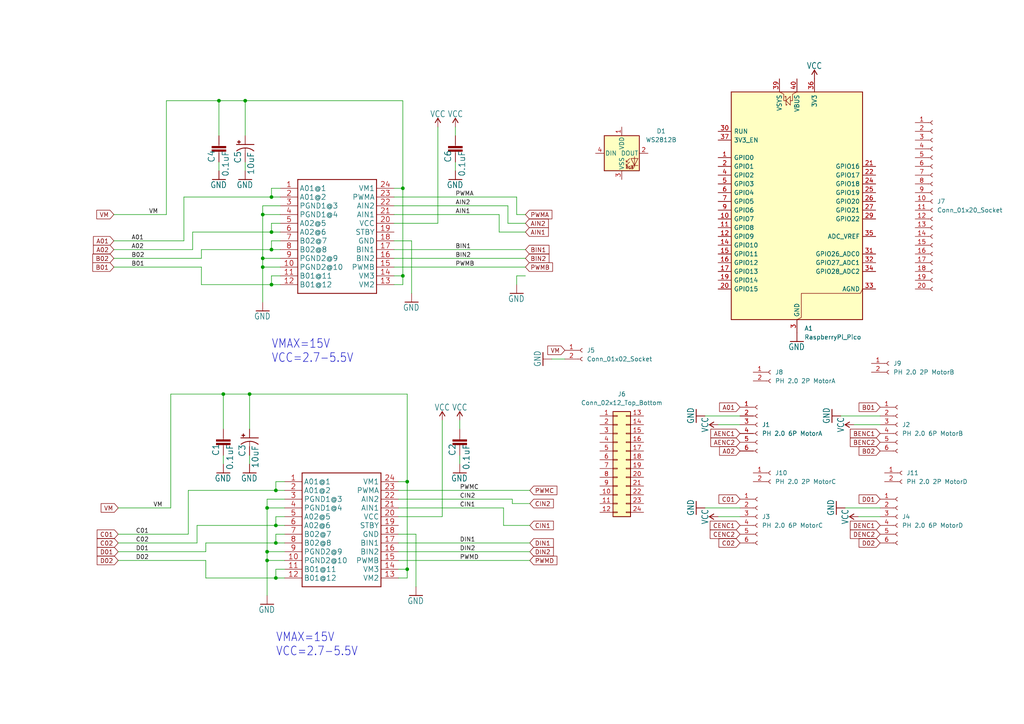
<source format=kicad_sch>
(kicad_sch (version 20250114) (generator "eeschema") (generator_version "9.0")
  (paper "A4")
  (lib_symbols
    (symbol "Connector:Conn_01x02_Socket" (pin_names (offset 1.016) (hide yes))
      (property "Reference" "J" (at 0 2.54 0))
      (property "Value" "Conn_01x02_Socket" (at 0 -5.08 0))
      (symbol "Conn_01x02_Socket_1_1"
        (polyline (pts (xy -1.27 0) (xy -0.508 0)) (stroke (width 0.1524)))
        (polyline (pts (xy -1.27 -2.54) (xy -0.508 -2.54)) (stroke (width 0.1524)))
        (arc (start 0 -0.508) (mid -0.5058 0) (end 0 0.508) (stroke (width 0.1524)))
        (arc (start 0 -3.048) (mid -0.5058 -2.54) (end 0 -2.032) (stroke (width 0.1524)))
        (pin passive line (at -5.08 0 0) (length 3.81) (name "Pin_1") (number "1"))
        (pin passive line (at -5.08 -2.54 0) (length 3.81) (name "Pin_2") (number "2"))
      )
    )
    (symbol "Connector:Conn_01x06_Socket" (pin_names (offset 1.016) (hide yes))
      (property "Reference" "J" (at 0 7.62 0))
      (property "Value" "Conn_01x06_Socket" (at 0 -10.16 0))
      (symbol "Conn_01x06_Socket_1_1"
        (polyline (pts (xy -1.27 5.08) (xy -0.508 5.08)) (stroke (width 0.1524)))
        (polyline (pts (xy -1.27 2.54) (xy -0.508 2.54)) (stroke (width 0.1524)))
        (polyline (pts (xy -1.27 0) (xy -0.508 0)) (stroke (width 0.1524)))
        (polyline (pts (xy -1.27 -2.54) (xy -0.508 -2.54)) (stroke (width 0.1524)))
        (polyline (pts (xy -1.27 -5.08) (xy -0.508 -5.08)) (stroke (width 0.1524)))
        (polyline (pts (xy -1.27 -7.62) (xy -0.508 -7.62)) (stroke (width 0.1524)))
        (arc (start 0 4.572) (mid -0.5058 5.08) (end 0 5.588) (stroke (width 0.1524)))
        (arc (start 0 2.032) (mid -0.5058 2.54) (end 0 3.048) (stroke (width 0.1524)))
        (arc (start 0 -0.508) (mid -0.5058 0) (end 0 0.508) (stroke (width 0.1524)))
        (arc (start 0 -3.048) (mid -0.5058 -2.54) (end 0 -2.032) (stroke (width 0.1524)))
        (arc (start 0 -5.588) (mid -0.5058 -5.08) (end 0 -4.572) (stroke (width 0.1524)))
        (arc (start 0 -8.128) (mid -0.5058 -7.62) (end 0 -7.112) (stroke (width 0.1524)))
        (pin passive line (at -5.08 5.08 0) (length 3.81) (name "Pin_1") (number "1"))
        (pin passive line (at -5.08 2.54 0) (length 3.81) (name "Pin_2") (number "2"))
        (pin passive line (at -5.08 0 0) (length 3.81) (name "Pin_3") (number "3"))
        (pin passive line (at -5.08 -2.54 0) (length 3.81) (name "Pin_4") (number "4"))
        (pin passive line (at -5.08 -5.08 0) (length 3.81) (name "Pin_5") (number "5"))
        (pin passive line (at -5.08 -7.62 0) (length 3.81) (name "Pin_6") (number "6"))
      )
    )
    (symbol "Connector:Conn_01x20_Socket" (pin_names (offset 1.016) (hide yes))
      (property "Reference" "J" (at 0 25.4 0))
      (property "Value" "Conn_01x20_Socket" (at 0 -27.94 0))
      (symbol "Conn_01x20_Socket_1_1"
        (polyline (pts (xy -1.27 22.86) (xy -0.508 22.86)) (stroke (width 0.1524)))
        (polyline (pts (xy -1.27 20.32) (xy -0.508 20.32)) (stroke (width 0.1524)))
        (polyline (pts (xy -1.27 17.78) (xy -0.508 17.78)) (stroke (width 0.1524)))
        (polyline (pts (xy -1.27 15.24) (xy -0.508 15.24)) (stroke (width 0.1524)))
        (polyline (pts (xy -1.27 12.7) (xy -0.508 12.7)) (stroke (width 0.1524)))
        (polyline (pts (xy -1.27 10.16) (xy -0.508 10.16)) (stroke (width 0.1524)))
        (polyline (pts (xy -1.27 7.62) (xy -0.508 7.62)) (stroke (width 0.1524)))
        (polyline (pts (xy -1.27 5.08) (xy -0.508 5.08)) (stroke (width 0.1524)))
        (polyline (pts (xy -1.27 2.54) (xy -0.508 2.54)) (stroke (width 0.1524)))
        (polyline (pts (xy -1.27 0) (xy -0.508 0)) (stroke (width 0.1524)))
        (polyline (pts (xy -1.27 -2.54) (xy -0.508 -2.54)) (stroke (width 0.1524)))
        (polyline (pts (xy -1.27 -5.08) (xy -0.508 -5.08)) (stroke (width 0.1524)))
        (polyline (pts (xy -1.27 -7.62) (xy -0.508 -7.62)) (stroke (width 0.1524)))
        (polyline (pts (xy -1.27 -10.16) (xy -0.508 -10.16)) (stroke (width 0.1524)))
        (polyline (pts (xy -1.27 -12.7) (xy -0.508 -12.7)) (stroke (width 0.1524)))
        (polyline (pts (xy -1.27 -15.24) (xy -0.508 -15.24)) (stroke (width 0.1524)))
        (polyline (pts (xy -1.27 -17.78) (xy -0.508 -17.78)) (stroke (width 0.1524)))
        (polyline (pts (xy -1.27 -20.32) (xy -0.508 -20.32)) (stroke (width 0.1524)))
        (polyline (pts (xy -1.27 -22.86) (xy -0.508 -22.86)) (stroke (width 0.1524)))
        (polyline (pts (xy -1.27 -25.4) (xy -0.508 -25.4)) (stroke (width 0.1524)))
        (arc (start 0 22.352) (mid -0.5058 22.86) (end 0 23.368) (stroke (width 0.1524)))
        (arc (start 0 19.812) (mid -0.5058 20.32) (end 0 20.828) (stroke (width 0.1524)))
        (arc (start 0 17.272) (mid -0.5058 17.78) (end 0 18.288) (stroke (width 0.1524)))
        (arc (start 0 14.732) (mid -0.5058 15.24) (end 0 15.748) (stroke (width 0.1524)))
        (arc (start 0 12.192) (mid -0.5058 12.7) (end 0 13.208) (stroke (width 0.1524)))
        (arc (start 0 9.652) (mid -0.5058 10.16) (end 0 10.668) (stroke (width 0.1524)))
        (arc (start 0 7.112) (mid -0.5058 7.62) (end 0 8.128) (stroke (width 0.1524)))
        (arc (start 0 4.572) (mid -0.5058 5.08) (end 0 5.588) (stroke (width 0.1524)))
        (arc (start 0 2.032) (mid -0.5058 2.54) (end 0 3.048) (stroke (width 0.1524)))
        (arc (start 0 -0.508) (mid -0.5058 0) (end 0 0.508) (stroke (width 0.1524)))
        (arc (start 0 -3.048) (mid -0.5058 -2.54) (end 0 -2.032) (stroke (width 0.1524)))
        (arc (start 0 -5.588) (mid -0.5058 -5.08) (end 0 -4.572) (stroke (width 0.1524)))
        (arc (start 0 -8.128) (mid -0.5058 -7.62) (end 0 -7.112) (stroke (width 0.1524)))
        (arc (start 0 -10.668) (mid -0.5058 -10.16) (end 0 -9.652) (stroke (width 0.1524)))
        (arc (start 0 -13.208) (mid -0.5058 -12.7) (end 0 -12.192) (stroke (width 0.1524)))
        (arc (start 0 -15.748) (mid -0.5058 -15.24) (end 0 -14.732) (stroke (width 0.1524)))
        (arc (start 0 -18.288) (mid -0.5058 -17.78) (end 0 -17.272) (stroke (width 0.1524)))
        (arc (start 0 -20.828) (mid -0.5058 -20.32) (end 0 -19.812) (stroke (width 0.1524)))
        (arc (start 0 -23.368) (mid -0.5058 -22.86) (end 0 -22.352) (stroke (width 0.1524)))
        (arc (start 0 -25.908) (mid -0.5058 -25.4) (end 0 -24.892) (stroke (width 0.1524)))
        (pin passive line (at -5.08 22.86 0) (length 3.81) (name "Pin_1") (number "1"))
        (pin passive line (at -5.08 20.32 0) (length 3.81) (name "Pin_2") (number "2"))
        (pin passive line (at -5.08 17.78 0) (length 3.81) (name "Pin_3") (number "3"))
        (pin passive line (at -5.08 15.24 0) (length 3.81) (name "Pin_4") (number "4"))
        (pin passive line (at -5.08 12.7 0) (length 3.81) (name "Pin_5") (number "5"))
        (pin passive line (at -5.08 10.16 0) (length 3.81) (name "Pin_6") (number "6"))
        (pin passive line (at -5.08 7.62 0) (length 3.81) (name "Pin_7") (number "7"))
        (pin passive line (at -5.08 5.08 0) (length 3.81) (name "Pin_8") (number "8"))
        (pin passive line (at -5.08 2.54 0) (length 3.81) (name "Pin_9") (number "9"))
        (pin passive line (at -5.08 0 0) (length 3.81) (name "Pin_10") (number "10"))
        (pin passive line (at -5.08 -2.54 0) (length 3.81) (name "Pin_11") (number "11"))
        (pin passive line (at -5.08 -5.08 0) (length 3.81) (name "Pin_12") (number "12"))
        (pin passive line (at -5.08 -7.62 0) (length 3.81) (name "Pin_13") (number "13"))
        (pin passive line (at -5.08 -10.16 0) (length 3.81) (name "Pin_14") (number "14"))
        (pin passive line (at -5.08 -12.7 0) (length 3.81) (name "Pin_15") (number "15"))
        (pin passive line (at -5.08 -15.24 0) (length 3.81) (name "Pin_16") (number "16"))
        (pin passive line (at -5.08 -17.78 0) (length 3.81) (name "Pin_17") (number "17"))
        (pin passive line (at -5.08 -20.32 0) (length 3.81) (name "Pin_18") (number "18"))
        (pin passive line (at -5.08 -22.86 0) (length 3.81) (name "Pin_19") (number "19"))
        (pin passive line (at -5.08 -25.4 0) (length 3.81) (name "Pin_20") (number "20"))
      )
    )
    (symbol "Connector_Generic:Conn_02x12_Top_Bottom" (pin_names (offset 1.016) (hide yes))
      (property "Reference" "J" (at 1.27 15.24 0))
      (property "Value" "Conn_02x12_Top_Bottom" (at 1.27 -17.78 0))
      (symbol "Conn_02x12_Top_Bottom_1_1"
        (rectangle (start -1.27 13.97) (end 3.81 -16.51) (stroke (width 0.254)) (fill (type background)))
        (rectangle (start -1.27 12.827) (end 0 12.573) (stroke (width 0.1524)))
        (rectangle (start -1.27 10.287) (end 0 10.033) (stroke (width 0.1524)))
        (rectangle (start -1.27 7.747) (end 0 7.493) (stroke (width 0.1524)))
        (rectangle (start -1.27 5.207) (end 0 4.953) (stroke (width 0.1524)))
        (rectangle (start -1.27 2.667) (end 0 2.413) (stroke (width 0.1524)))
        (rectangle (start -1.27 0.127) (end 0 -0.127) (stroke (width 0.1524)))
        (rectangle (start -1.27 -2.413) (end 0 -2.667) (stroke (width 0.1524)))
        (rectangle (start -1.27 -4.953) (end 0 -5.207) (stroke (width 0.1524)))
        (rectangle (start -1.27 -7.493) (end 0 -7.747) (stroke (width 0.1524)))
        (rectangle (start -1.27 -10.033) (end 0 -10.287) (stroke (width 0.1524)))
        (rectangle (start -1.27 -12.573) (end 0 -12.827) (stroke (width 0.1524)))
        (rectangle (start -1.27 -15.113) (end 0 -15.367) (stroke (width 0.1524)))
        (rectangle (start 3.81 12.827) (end 2.54 12.573) (stroke (width 0.1524)))
        (rectangle (start 3.81 10.287) (end 2.54 10.033) (stroke (width 0.1524)))
        (rectangle (start 3.81 7.747) (end 2.54 7.493) (stroke (width 0.1524)))
        (rectangle (start 3.81 5.207) (end 2.54 4.953) (stroke (width 0.1524)))
        (rectangle (start 3.81 2.667) (end 2.54 2.413) (stroke (width 0.1524)))
        (rectangle (start 3.81 0.127) (end 2.54 -0.127) (stroke (width 0.1524)))
        (rectangle (start 3.81 -2.413) (end 2.54 -2.667) (stroke (width 0.1524)))
        (rectangle (start 3.81 -4.953) (end 2.54 -5.207) (stroke (width 0.1524)))
        (rectangle (start 3.81 -7.493) (end 2.54 -7.747) (stroke (width 0.1524)))
        (rectangle (start 3.81 -10.033) (end 2.54 -10.287) (stroke (width 0.1524)))
        (rectangle (start 3.81 -12.573) (end 2.54 -12.827) (stroke (width 0.1524)))
        (rectangle (start 3.81 -15.113) (end 2.54 -15.367) (stroke (width 0.1524)))
        (pin passive line (at -5.08 12.7 0) (length 3.81) (name "Pin_1") (number "1"))
        (pin passive line (at -5.08 10.16 0) (length 3.81) (name "Pin_2") (number "2"))
        (pin passive line (at -5.08 7.62 0) (length 3.81) (name "Pin_3") (number "3"))
        (pin passive line (at -5.08 5.08 0) (length 3.81) (name "Pin_4") (number "4"))
        (pin passive line (at -5.08 2.54 0) (length 3.81) (name "Pin_5") (number "5"))
        (pin passive line (at -5.08 0 0) (length 3.81) (name "Pin_6") (number "6"))
        (pin passive line (at -5.08 -2.54 0) (length 3.81) (name "Pin_7") (number "7"))
        (pin passive line (at -5.08 -5.08 0) (length 3.81) (name "Pin_8") (number "8"))
        (pin passive line (at -5.08 -7.62 0) (length 3.81) (name "Pin_9") (number "9"))
        (pin passive line (at -5.08 -10.16 0) (length 3.81) (name "Pin_10") (number "10"))
        (pin passive line (at -5.08 -12.7 0) (length 3.81) (name "Pin_11") (number "11"))
        (pin passive line (at -5.08 -15.24 0) (length 3.81) (name "Pin_12") (number "12"))
        (pin passive line (at 7.62 12.7 180) (length 3.81) (name "Pin_13") (number "13"))
        (pin passive line (at 7.62 10.16 180) (length 3.81) (name "Pin_14") (number "14"))
        (pin passive line (at 7.62 7.62 180) (length 3.81) (name "Pin_15") (number "15"))
        (pin passive line (at 7.62 5.08 180) (length 3.81) (name "Pin_16") (number "16"))
        (pin passive line (at 7.62 2.54 180) (length 3.81) (name "Pin_17") (number "17"))
        (pin passive line (at 7.62 0 180) (length 3.81) (name "Pin_18") (number "18"))
        (pin passive line (at 7.62 -2.54 180) (length 3.81) (name "Pin_19") (number "19"))
        (pin passive line (at 7.62 -5.08 180) (length 3.81) (name "Pin_20") (number "20"))
        (pin passive line (at 7.62 -7.62 180) (length 3.81) (name "Pin_21") (number "21"))
        (pin passive line (at 7.62 -10.16 180) (length 3.81) (name "Pin_22") (number "22"))
        (pin passive line (at 7.62 -12.7 180) (length 3.81) (name "Pin_23") (number "23"))
        (pin passive line (at 7.62 -15.24 180) (length 3.81) (name "Pin_24") (number "24"))
      )
    )
    (symbol "LED:WS2812B" (pin_names (offset 0.254))
      (property "Reference" "D" (at 5.08 5.715 0))
      (property "Value" "WS2812B" (at 1.27 -5.715 0))
      (symbol "WS2812B_0_0"
        (text "RGB" (at 2.286 -4.191 0) (effects (font (size 0.762 0.762))))
      )
      (symbol "WS2812B_0_1"
        (polyline (pts (xy 1.27 -2.54) (xy 1.778 -2.54)))
        (polyline (pts (xy 1.27 -3.556) (xy 1.778 -3.556)))
        (polyline (pts (xy 2.286 -1.524) (xy 1.27 -2.54) (xy 1.27 -2.032)))
        (polyline (pts (xy 2.286 -2.54) (xy 1.27 -3.556) (xy 1.27 -3.048)))
        (polyline (pts (xy 3.683 -1.016) (xy 3.683 -3.556) (xy 3.683 -4.064)))
        (polyline (pts (xy 4.699 -1.524) (xy 2.667 -1.524) (xy 3.683 -3.556) (xy 4.699 -1.524)))
        (polyline (pts (xy 4.699 -3.556) (xy 2.667 -3.556)))
        (rectangle (start 5.08 5.08) (end -5.08 -5.08) (stroke (width 0.254)) (fill (type background)))
      )
      (symbol "WS2812B_1_1"
        (pin input line (at -7.62 0 0) (length 2.54) (name "DIN") (number "4"))
        (pin power_in line (at 0 7.62 270) (length 2.54) (name "VDD") (number "1"))
        (pin power_in line (at 0 -7.62 90) (length 2.54) (name "VSS") (number "3"))
        (pin output line (at 7.62 0 180) (length 2.54) (name "DOUT") (number "2"))
      )
    )
    (symbol "MCU_Module:RaspberryPi_Pico" (pin_names (offset 0.762))
      (property "Reference" "A" (at -19.05 35.56 0))
      (property "Value" "RaspberryPi_Pico" (at 7.62 35.56 0))
      (symbol "RaspberryPi_Pico_0_1"
        (rectangle (start -19.05 34.29) (end 19.05 -31.75) (stroke (width 0.254)) (fill (type background)))
        (polyline (pts (xy -5.08 34.29) (xy -3.81 33.655) (xy -3.81 31.75) (xy -3.175 31.75)))
        (polyline (pts (xy -3.429 32.766) (xy -3.429 33.02) (xy -3.175 33.02) (xy -3.175 30.48) (xy -2.921 30.48) (xy -2.921 30.734)))
        (polyline (pts (xy -3.175 31.75) (xy -1.905 33.02) (xy -1.905 30.48) (xy -3.175 31.75)))
        (polyline (pts (xy 0 34.29) (xy -1.27 33.655) (xy -1.27 31.75) (xy -1.905 31.75)))
        (polyline (pts (xy 0 -31.75) (xy 1.27 -31.115) (xy 1.27 -24.13) (xy 18.415 -24.13) (xy 19.05 -22.86)))
      )
      (symbol "RaspberryPi_Pico_1_1"
        (pin passive line (at -22.86 22.86 0) (length 3.81) (name "RUN") (number "30"))
        (pin passive line (at -22.86 20.32 0) (length 3.81) (name "3V3_EN") (number "37"))
        (pin bidirectional line (at -22.86 15.24 0) (length 3.81) (name "GPIO0") (number "1"))
        (pin bidirectional line (at -22.86 12.7 0) (length 3.81) (name "GPIO1") (number "2"))
        (pin bidirectional line (at -22.86 10.16 0) (length 3.81) (name "GPIO2") (number "4"))
        (pin bidirectional line (at -22.86 7.62 0) (length 3.81) (name "GPIO3") (number "5"))
        (pin bidirectional line (at -22.86 5.08 0) (length 3.81) (name "GPIO4") (number "6"))
        (pin bidirectional line (at -22.86 2.54 0) (length 3.81) (name "GPIO5") (number "7"))
        (pin bidirectional line (at -22.86 0 0) (length 3.81) (name "GPIO6") (number "9"))
        (pin bidirectional line (at -22.86 -2.54 0) (length 3.81) (name "GPIO7") (number "10"))
        (pin bidirectional line (at -22.86 -5.08 0) (length 3.81) (name "GPIO8") (number "11"))
        (pin bidirectional line (at -22.86 -7.62 0) (length 3.81) (name "GPIO9") (number "12"))
        (pin bidirectional line (at -22.86 -10.16 0) (length 3.81) (name "GPIO10") (number "14"))
        (pin bidirectional line (at -22.86 -12.7 0) (length 3.81) (name "GPIO11") (number "15"))
        (pin bidirectional line (at -22.86 -15.24 0) (length 3.81) (name "GPIO12") (number "16"))
        (pin bidirectional line (at -22.86 -17.78 0) (length 3.81) (name "GPIO13") (number "17"))
        (pin bidirectional line (at -22.86 -20.32 0) (length 3.81) (name "GPIO14") (number "19"))
        (pin bidirectional line (at -22.86 -22.86 0) (length 3.81) (name "GPIO15") (number "20"))
        (pin power_in line (at -5.08 38.1 270) (length 3.81) (name "VSYS") (number "39"))
        (pin power_out line (at 0 38.1 270) (length 3.81) (name "VBUS") (number "40"))
        (pin passive line (at 0 -35.56 90) (length 3.81) (hide yes) (name "GND") (number "13"))
        (pin passive line (at 0 -35.56 90) (length 3.81) (hide yes) (name "GND") (number "18"))
        (pin passive line (at 0 -35.56 90) (length 3.81) (hide yes) (name "GND") (number "23"))
        (pin passive line (at 0 -35.56 90) (length 3.81) (hide yes) (name "GND") (number "28"))
        (pin power_out line (at 0 -35.56 90) (length 3.81) (name "GND") (number "3"))
        (pin passive line (at 0 -35.56 90) (length 3.81) (hide yes) (name "GND") (number "38"))
        (pin passive line (at 0 -35.56 90) (length 3.81) (hide yes) (name "GND") (number "8"))
        (pin power_out line (at 5.08 38.1 270) (length 3.81) (name "3V3") (number "36"))
        (pin bidirectional line (at 22.86 12.7 180) (length 3.81) (name "GPIO16") (number "21"))
        (pin bidirectional line (at 22.86 10.16 180) (length 3.81) (name "GPIO17") (number "22"))
        (pin bidirectional line (at 22.86 7.62 180) (length 3.81) (name "GPIO18") (number "24"))
        (pin bidirectional line (at 22.86 5.08 180) (length 3.81) (name "GPIO19") (number "25"))
        (pin bidirectional line (at 22.86 2.54 180) (length 3.81) (name "GPIO20") (number "26"))
        (pin bidirectional line (at 22.86 0 180) (length 3.81) (name "GPIO21") (number "27"))
        (pin bidirectional line (at 22.86 -2.54 180) (length 3.81) (name "GPIO22") (number "29"))
        (pin power_in line (at 22.86 -7.62 180) (length 3.81) (name "ADC_VREF") (number "35"))
        (pin bidirectional line (at 22.86 -12.7 180) (length 3.81) (name "GPIO26_ADC0") (number "31"))
        (pin bidirectional line (at 22.86 -15.24 180) (length 3.81) (name "GPIO27_ADC1") (number "32"))
        (pin bidirectional line (at 22.86 -17.78 180) (length 3.81) (name "GPIO28_ADC2") (number "34"))
        (pin power_out line (at 22.86 -22.86 180) (length 3.81) (name "AGND") (number "33"))
      )
    )
    (symbol "SparkFun_Motor_Driver-TB6612FNG_v11c-eagle-import:0.1UF-0402-16V-10%"
      (property "Reference" "C" (at 1.524 2.921 0))
      (symbol "0.1UF-0402-16V-10%_1_0"
        (rectangle (start -2.032 1.524) (end 2.032 2.032) (fill (type outline)))
        (rectangle (start -2.032 0.508) (end 2.032 1.016) (fill (type outline)))
        (polyline (pts (xy 0 2.54) (xy 0 2.032)) (stroke (width 0.1524)))
        (polyline (pts (xy 0 0) (xy 0 0.508)) (stroke (width 0.1524)))
        (pin passive line (at 0 5.08 270) (length 2.54) (name "1") (number "1"))
        (pin passive line (at 0 -2.54 90) (length 2.54) (name "2") (number "2"))
      )
    )
    (symbol "SparkFun_Motor_Driver-TB6612FNG_v11c-eagle-import:10UF-POLAR-EIA3528-20V-10%(TANT)"
      (property "Reference" "C" (at 1.016 0.635 0))
      (symbol "10UF-POLAR-EIA3528-20V-10%(TANT)_1_0"
        (polyline (pts (xy -2.54 0) (xy 2.54 0)) (stroke (width 0.254)))
        (rectangle (start -2.253 0.668) (end -1.364 0.795) (fill (type outline)))
        (rectangle (start -1.872 0.287) (end -1.745 1.176) (fill (type outline)))
        (arc (start 0 -1) (mid 1.3158 -1.2195) (end 2.4892 -1.8541) (stroke (width 0.254)))
        (arc (start -2.4669 -1.8504) (mid -1.3021 -1.2303) (end 0 -1.0161) (stroke (width 0.254)))
        (polyline (pts (xy 0 -1.016) (xy 0 -2.54)) (stroke (width 0.1524)))
        (pin passive line (at 0 2.54 270) (length 2.54) (name "+") (number "A"))
        (pin passive line (at 0 -5.08 90) (length 2.54) (name "-") (number "C"))
      )
    )
    (symbol "SparkFun_Motor_Driver-TB6612FNG_v11c-eagle-import:GND" (power)
      (symbol "GND_1_0"
        (polyline (pts (xy -1.905 0) (xy 1.905 0)) (stroke (width 0.254)))
        (pin power_in line (at 0 2.54 270) (length 2.54) (name "GND") (number "1"))
      )
    )
    (symbol "SparkFun_Motor_Driver-TB6612FNG_v11c-eagle-import:TB6612FNG"
      (symbol "TB6612FNG_1_0"
        (polyline (pts (xy -12.7 15.24) (xy -12.7 -17.78)) (stroke (width 0.254)))
        (polyline (pts (xy -12.7 -17.78) (xy 10.16 -17.78)) (stroke (width 0.254)))
        (polyline (pts (xy 10.16 15.24) (xy -12.7 15.24)) (stroke (width 0.254)))
        (polyline (pts (xy 10.16 -17.78) (xy 10.16 15.24)) (stroke (width 0.254)))
        (pin bidirectional line (at -17.78 12.7 0) (length 5.08) (name "A01@1") (number "1"))
        (pin bidirectional line (at -17.78 10.16 0) (length 5.08) (name "A01@2") (number "2"))
        (pin bidirectional line (at -17.78 7.62 0) (length 5.08) (name "PGND1@3") (number "3"))
        (pin bidirectional line (at -17.78 5.08 0) (length 5.08) (name "PGND1@4") (number "4"))
        (pin bidirectional line (at -17.78 2.54 0) (length 5.08) (name "A02@5") (number "5"))
        (pin bidirectional line (at -17.78 0 0) (length 5.08) (name "A02@6") (number "6"))
        (pin bidirectional line (at -17.78 -2.54 0) (length 5.08) (name "B02@7") (number "7"))
        (pin bidirectional line (at -17.78 -5.08 0) (length 5.08) (name "B02@8") (number "8"))
        (pin bidirectional line (at -17.78 -7.62 0) (length 5.08) (name "PGND2@9") (number "9"))
        (pin bidirectional line (at -17.78 -10.16 0) (length 5.08) (name "PGND2@10") (number "10"))
        (pin bidirectional line (at -17.78 -12.7 0) (length 5.08) (name "B01@11") (number "11"))
        (pin bidirectional line (at -17.78 -15.24 0) (length 5.08) (name "B01@12") (number "12"))
        (pin bidirectional line (at 15.24 12.7 180) (length 5.08) (name "VM1") (number "24"))
        (pin bidirectional line (at 15.24 10.16 180) (length 5.08) (name "PWMA") (number "23"))
        (pin bidirectional line (at 15.24 7.62 180) (length 5.08) (name "AIN2") (number "22"))
        (pin bidirectional line (at 15.24 5.08 180) (length 5.08) (name "AIN1") (number "21"))
        (pin bidirectional line (at 15.24 2.54 180) (length 5.08) (name "VCC") (number "20"))
        (pin bidirectional line (at 15.24 0 180) (length 5.08) (name "STBY") (number "19"))
        (pin bidirectional line (at 15.24 -2.54 180) (length 5.08) (name "GND") (number "18"))
        (pin bidirectional line (at 15.24 -5.08 180) (length 5.08) (name "BIN1") (number "17"))
        (pin bidirectional line (at 15.24 -7.62 180) (length 5.08) (name "BIN2") (number "16"))
        (pin bidirectional line (at 15.24 -10.16 180) (length 5.08) (name "PWMB") (number "15"))
        (pin bidirectional line (at 15.24 -12.7 180) (length 5.08) (name "VM3") (number "14"))
        (pin bidirectional line (at 15.24 -15.24 180) (length 5.08) (name "VM2") (number "13"))
      )
    )
    (symbol "SparkFun_Motor_Driver-TB6612FNG_v11c-eagle-import:VCC" (power)
      (symbol "VCC_1_0"
        (polyline (pts (xy 0 2.54) (xy -0.762 1.27)) (stroke (width 0.254)))
        (polyline (pts (xy 0.762 1.27) (xy 0 2.54)) (stroke (width 0.254)))
        (pin power_in line (at 0 0 90) (length 2.54) (name "VCC") (number "1"))
      )
    )
  )
  (text "VMAX=15V\nVCC=2.7-5.5V" (at 78.74 105.41 0) (effects (font (size 2.54 2.159)) (justify left bottom)))
  (text "VMAX=15V\nVCC=2.7-5.5V" (at 80.01 190.5 0) (effects (font (size 2.54 2.159)) (justify left bottom)))
  (junction (at 118.11 139.7))
  (junction (at 77.47 162.56))
  (junction (at 76.2 74.93))
  (junction (at 80.01 152.4))
  (junction (at 78.74 57.15))
  (junction (at 72.39 114.3))
  (junction (at 78.74 82.55))
  (junction (at 77.47 160.02))
  (junction (at 118.11 165.1))
  (junction (at 76.2 77.47))
  (junction (at 116.84 80.01))
  (junction (at 80.01 157.48))
  (junction (at 78.74 67.31))
  (junction (at 78.74 72.39))
  (junction (at 80.01 142.24))
  (junction (at 77.47 147.32))
  (junction (at 76.2 62.23))
  (junction (at 116.84 54.61))
  (junction (at 80.01 167.64))
  (junction (at 63.5 29.21))
  (junction (at 71.12 29.21))
  (junction (at 64.77 114.3))
  (wire (pts (xy 147.32 64.77) (xy 152.4 64.77)) (stroke (width 0.1524)))
  (wire (pts (xy 114.3 54.61) (xy 116.84 54.61)) (stroke (width 0.1524)))
  (wire (pts (xy 149.86 80.01) (xy 149.86 82.55)) (stroke (width 0.1524)))
  (wire (pts (xy 160.02 104.14) (xy 163.83 104.14)))
  (wire (pts (xy 76.2 74.93) (xy 76.2 77.47)) (stroke (width 0.1524)))
  (wire (pts (xy 114.3 69.85) (xy 119.38 69.85)) (stroke (width 0.1524)))
  (wire (pts (xy 77.47 147.32) (xy 77.47 160.02)) (stroke (width 0.1524)))
  (wire (pts (xy 82.55 144.78) (xy 77.47 144.78)) (stroke (width 0.1524)))
  (wire (pts (xy 116.84 82.55) (xy 116.84 80.01)) (stroke (width 0.1524)))
  (wire (pts (xy 82.55 157.48) (xy 80.01 157.48)) (stroke (width 0.1524)))
  (wire (pts (xy 63.5 29.21) (xy 48.26 29.21)) (stroke (width 0.1524)))
  (wire (pts (xy 115.57 165.1) (xy 118.11 165.1)) (stroke (width 0.1524)))
  (wire (pts (xy 80.01 167.64) (xy 59.69 167.64)) (stroke (width 0.1524)))
  (wire (pts (xy 81.28 77.47) (xy 76.2 77.47)) (stroke (width 0.1524)))
  (wire (pts (xy 81.28 82.55) (xy 78.74 82.55)) (stroke (width 0.1524)))
  (wire (pts (xy 116.84 29.21) (xy 71.12 29.21)) (stroke (width 0.1524)))
  (wire (pts (xy 34.29 162.56) (xy 59.69 162.56)) (stroke (width 0.1524)))
  (wire (pts (xy 204.47 147.32) (xy 214.63 147.32)))
  (wire (pts (xy 152.4 80.01) (xy 149.86 80.01)) (stroke (width 0.1524)))
  (wire (pts (xy 115.57 154.94) (xy 120.65 154.94)) (stroke (width 0.1524)))
  (wire (pts (xy 78.74 67.31) (xy 55.88 67.31)) (stroke (width 0.1524)))
  (wire (pts (xy 72.39 132.08) (xy 72.39 134.62)) (stroke (width 0.1524)))
  (wire (pts (xy 81.28 80.01) (xy 78.74 80.01)) (stroke (width 0.1524)))
  (wire (pts (xy 116.84 54.61) (xy 116.84 29.21)) (stroke (width 0.1524)))
  (wire (pts (xy 49.53 114.3) (xy 49.53 147.32)) (stroke (width 0.1524)))
  (wire (pts (xy 82.55 142.24) (xy 80.01 142.24)) (stroke (width 0.1524)))
  (wire (pts (xy 81.28 59.69) (xy 76.2 59.69)) (stroke (width 0.1524)))
  (wire (pts (xy 81.28 57.15) (xy 78.74 57.15)) (stroke (width 0.1524)))
  (wire (pts (xy 78.74 82.55) (xy 58.42 82.55)) (stroke (width 0.1524)))
  (wire (pts (xy 72.39 114.3) (xy 118.11 114.3)) (stroke (width 0.1524)))
  (wire (pts (xy 80.01 139.7) (xy 80.01 142.24)) (stroke (width 0.1524)))
  (wire (pts (xy 53.34 69.85) (xy 33.02 69.85)) (stroke (width 0.1524)))
  (wire (pts (xy 82.55 152.4) (xy 80.01 152.4)) (stroke (width 0.1524)))
  (wire (pts (xy 118.11 165.1) (xy 118.11 139.7)) (stroke (width 0.1524)))
  (wire (pts (xy 53.34 57.15) (xy 53.34 69.85)) (stroke (width 0.1524)))
  (wire (pts (xy 81.28 72.39) (xy 78.74 72.39)) (stroke (width 0.1524)))
  (wire (pts (xy 77.47 144.78) (xy 77.47 147.32)) (stroke (width 0.1524)))
  (wire (pts (xy 114.3 82.55) (xy 116.84 82.55)) (stroke (width 0.1524)))
  (wire (pts (xy 245.11 147.32) (xy 255.27 147.32)))
  (wire (pts (xy 114.3 74.93) (xy 152.4 74.93)) (stroke (width 0.1524)))
  (wire (pts (xy 149.86 57.15) (xy 149.86 62.23)) (stroke (width 0.1524)))
  (wire (pts (xy 82.55 139.7) (xy 80.01 139.7)) (stroke (width 0.1524)))
  (wire (pts (xy 64.77 114.3) (xy 72.39 114.3)) (stroke (width 0.1524)))
  (wire (pts (xy 54.61 142.24) (xy 54.61 154.94)) (stroke (width 0.1524)))
  (wire (pts (xy 71.12 46.99) (xy 71.12 49.53)) (stroke (width 0.1524)))
  (wire (pts (xy 82.55 167.64) (xy 80.01 167.64)) (stroke (width 0.1524)))
  (wire (pts (xy 55.88 67.31) (xy 55.88 72.39)) (stroke (width 0.1524)))
  (wire (pts (xy 64.77 134.62) (xy 64.77 132.08)) (stroke (width 0.1524)))
  (wire (pts (xy 204.47 120.65) (xy 214.63 120.65)))
  (wire (pts (xy 81.28 69.85) (xy 78.74 69.85)) (stroke (width 0.1524)))
  (wire (pts (xy 82.55 165.1) (xy 80.01 165.1)) (stroke (width 0.1524)))
  (wire (pts (xy 115.57 162.56) (xy 153.67 162.56)) (stroke (width 0.1524)))
  (wire (pts (xy 115.57 139.7) (xy 118.11 139.7)) (stroke (width 0.1524)))
  (wire (pts (xy 80.01 149.86) (xy 80.01 152.4)) (stroke (width 0.1524)))
  (wire (pts (xy 132.08 39.37) (xy 132.08 36.83)) (stroke (width 0.1524)))
  (wire (pts (xy 114.3 77.47) (xy 152.4 77.47)) (stroke (width 0.1524)))
  (wire (pts (xy 71.12 29.21) (xy 63.5 29.21)) (stroke (width 0.1524)))
  (wire (pts (xy 243.84 120.65) (xy 255.27 120.65)))
  (wire (pts (xy 82.55 149.86) (xy 80.01 149.86)) (stroke (width 0.1524)))
  (wire (pts (xy 148.59 146.05) (xy 148.59 144.78)) (stroke (width 0.1524)))
  (wire (pts (xy 80.01 152.4) (xy 57.15 152.4)) (stroke (width 0.1524)))
  (wire (pts (xy 80.01 154.94) (xy 80.01 157.48)) (stroke (width 0.1524)))
  (wire (pts (xy 114.3 59.69) (xy 147.32 59.69)) (stroke (width 0.1524)))
  (wire (pts (xy 82.55 160.02) (xy 77.47 160.02)) (stroke (width 0.1524)))
  (wire (pts (xy 147.32 59.69) (xy 147.32 64.77)) (stroke (width 0.1524)))
  (wire (pts (xy 128.27 149.86) (xy 128.27 121.92)) (stroke (width 0.1524)))
  (wire (pts (xy 132.08 49.53) (xy 132.08 46.99)) (stroke (width 0.1524)))
  (wire (pts (xy 77.47 162.56) (xy 77.47 172.72)) (stroke (width 0.1524)))
  (wire (pts (xy 146.05 152.4) (xy 153.67 152.4)) (stroke (width 0.1524)))
  (wire (pts (xy 57.15 152.4) (xy 57.15 157.48)) (stroke (width 0.1524)))
  (wire (pts (xy 77.47 160.02) (xy 77.47 162.56)) (stroke (width 0.1524)))
  (wire (pts (xy 78.74 54.61) (xy 78.74 57.15)) (stroke (width 0.1524)))
  (wire (pts (xy 114.3 57.15) (xy 149.86 57.15)) (stroke (width 0.1524)))
  (wire (pts (xy 78.74 80.01) (xy 78.74 82.55)) (stroke (width 0.1524)))
  (wire (pts (xy 115.57 149.86) (xy 128.27 149.86)) (stroke (width 0.1524)))
  (wire (pts (xy 114.3 62.23) (xy 144.78 62.23)) (stroke (width 0.1524)))
  (wire (pts (xy 146.05 147.32) (xy 146.05 152.4)) (stroke (width 0.1524)))
  (wire (pts (xy 208.28 123.19) (xy 214.63 123.19)))
  (wire (pts (xy 82.55 147.32) (xy 77.47 147.32)) (stroke (width 0.1524)))
  (wire (pts (xy 248.92 149.86) (xy 255.27 149.86)))
  (wire (pts (xy 144.78 62.23) (xy 144.78 67.31)) (stroke (width 0.1524)))
  (wire (pts (xy 58.42 77.47) (xy 58.42 82.55)) (stroke (width 0.1524)))
  (wire (pts (xy 64.77 124.46) (xy 64.77 114.3)) (stroke (width 0.1524)))
  (wire (pts (xy 118.11 167.64) (xy 118.11 165.1)) (stroke (width 0.1524)))
  (wire (pts (xy 78.74 72.39) (xy 58.42 72.39)) (stroke (width 0.1524)))
  (wire (pts (xy 71.12 39.37) (xy 71.12 29.21)) (stroke (width 0.1524)))
  (wire (pts (xy 114.3 72.39) (xy 152.4 72.39)) (stroke (width 0.1524)))
  (wire (pts (xy 115.57 157.48) (xy 153.67 157.48)) (stroke (width 0.1524)))
  (wire (pts (xy 57.15 157.48) (xy 34.29 157.48)) (stroke (width 0.1524)))
  (wire (pts (xy 54.61 154.94) (xy 34.29 154.94)) (stroke (width 0.1524)))
  (wire (pts (xy 34.29 147.32) (xy 49.53 147.32)) (stroke (width 0.1524)))
  (wire (pts (xy 81.28 74.93) (xy 76.2 74.93)) (stroke (width 0.1524)))
  (wire (pts (xy 114.3 80.01) (xy 116.84 80.01)) (stroke (width 0.1524)))
  (wire (pts (xy 78.74 57.15) (xy 53.34 57.15)) (stroke (width 0.1524)))
  (wire (pts (xy 64.77 114.3) (xy 49.53 114.3)) (stroke (width 0.1524)))
  (wire (pts (xy 72.39 124.46) (xy 72.39 114.3)) (stroke (width 0.1524)))
  (wire (pts (xy 115.57 167.64) (xy 118.11 167.64)) (stroke (width 0.1524)))
  (wire (pts (xy 33.02 62.23) (xy 48.26 62.23)) (stroke (width 0.1524)))
  (wire (pts (xy 59.69 162.56) (xy 59.69 167.64)) (stroke (width 0.1524)))
  (wire (pts (xy 82.55 154.94) (xy 80.01 154.94)) (stroke (width 0.1524)))
  (wire (pts (xy 59.69 160.02) (xy 34.29 160.02)) (stroke (width 0.1524)))
  (wire (pts (xy 76.2 62.23) (xy 76.2 74.93)) (stroke (width 0.1524)))
  (wire (pts (xy 78.74 69.85) (xy 78.74 72.39)) (stroke (width 0.1524)))
  (wire (pts (xy 59.69 157.48) (xy 59.69 160.02)) (stroke (width 0.1524)))
  (wire (pts (xy 55.88 72.39) (xy 33.02 72.39)) (stroke (width 0.1524)))
  (wire (pts (xy 114.3 64.77) (xy 127 64.77)) (stroke (width 0.1524)))
  (wire (pts (xy 76.2 59.69) (xy 76.2 62.23)) (stroke (width 0.1524)))
  (wire (pts (xy 115.57 142.24) (xy 153.67 142.24)) (stroke (width 0.1524)))
  (wire (pts (xy 115.57 144.78) (xy 148.59 144.78)) (stroke (width 0.1524)))
  (wire (pts (xy 81.28 54.61) (xy 78.74 54.61)) (stroke (width 0.1524)))
  (wire (pts (xy 81.28 67.31) (xy 78.74 67.31)) (stroke (width 0.1524)))
  (wire (pts (xy 58.42 72.39) (xy 58.42 74.93)) (stroke (width 0.1524)))
  (wire (pts (xy 133.35 134.62) (xy 133.35 132.08)) (stroke (width 0.1524)))
  (wire (pts (xy 118.11 139.7) (xy 118.11 114.3)) (stroke (width 0.1524)))
  (wire (pts (xy 133.35 124.46) (xy 133.35 121.92)) (stroke (width 0.1524)))
  (wire (pts (xy 120.65 154.94) (xy 120.65 170.18)) (stroke (width 0.1524)))
  (wire (pts (xy 80.01 165.1) (xy 80.01 167.64)) (stroke (width 0.1524)))
  (wire (pts (xy 82.55 162.56) (xy 77.47 162.56)) (stroke (width 0.1524)))
  (wire (pts (xy 247.65 123.19) (xy 255.27 123.19)))
  (wire (pts (xy 115.57 160.02) (xy 153.67 160.02)) (stroke (width 0.1524)))
  (wire (pts (xy 115.57 147.32) (xy 146.05 147.32)) (stroke (width 0.1524)))
  (wire (pts (xy 80.01 157.48) (xy 59.69 157.48)) (stroke (width 0.1524)))
  (wire (pts (xy 144.78 67.31) (xy 152.4 67.31)) (stroke (width 0.1524)))
  (wire (pts (xy 58.42 74.93) (xy 33.02 74.93)) (stroke (width 0.1524)))
  (wire (pts (xy 148.59 146.05) (xy 153.67 146.05)) (stroke (width 0.1524)))
  (wire (pts (xy 127 64.77) (xy 127 36.83)) (stroke (width 0.1524)))
  (wire (pts (xy 63.5 39.37) (xy 63.5 29.21)) (stroke (width 0.1524)))
  (wire (pts (xy 76.2 77.47) (xy 76.2 87.63)) (stroke (width 0.1524)))
  (wire (pts (xy 63.5 49.53) (xy 63.5 46.99)) (stroke (width 0.1524)))
  (wire (pts (xy 78.74 64.77) (xy 78.74 67.31)) (stroke (width 0.1524)))
  (wire (pts (xy 116.84 80.01) (xy 116.84 54.61)) (stroke (width 0.1524)))
  (wire (pts (xy 80.01 142.24) (xy 54.61 142.24)) (stroke (width 0.1524)))
  (wire (pts (xy 119.38 69.85) (xy 119.38 85.09)) (stroke (width 0.1524)))
  (wire (pts (xy 81.28 62.23) (xy 76.2 62.23)) (stroke (width 0.1524)))
  (wire (pts (xy 33.02 77.47) (xy 58.42 77.47)) (stroke (width 0.1524)))
  (wire (pts (xy 81.28 64.77) (xy 78.74 64.77)) (stroke (width 0.1524)))
  (wire (pts (xy 208.28 149.86) (xy 214.63 149.86)))
  (wire (pts (xy 149.86 62.23) (xy 152.4 62.23)) (stroke (width 0.1524)))
  (wire (pts (xy 48.26 29.21) (xy 48.26 62.23)) (stroke (width 0.1524)))
  (label "BIN2" (at 132.08 74.93 0) (effects (font (size 1.2446 1.2446))))
  (label "BIN1" (at 132.08 72.39 0) (effects (font (size 1.2446 1.2446))))
  (label "CIN1" (at 133.35 147.32 0) (effects (font (size 1.2446 1.2446))))
  (label "B01" (at 38.1 77.47 0) (effects (font (size 1.2446 1.2446))))
  (label "CIN2" (at 133.35 144.78 0) (effects (font (size 1.2446 1.2446))))
  (label "A02" (at 38.1 72.39 0) (effects (font (size 1.2446 1.2446))))
  (label "B02" (at 38.1 74.93 0) (effects (font (size 1.2446 1.2446))))
  (label "PWMA" (at 132.08 57.15 0) (effects (font (size 1.2446 1.2446))))
  (label "AIN1" (at 132.08 62.23 0) (effects (font (size 1.2446 1.2446))))
  (label "VM" (at 44.45 147.32 0) (effects (font (size 1.2446 1.2446))))
  (label "D01" (at 39.37 160.02 0) (effects (font (size 1.2446 1.2446))))
  (label "AIN2" (at 132.08 59.69 0) (effects (font (size 1.2446 1.2446))))
  (label "PWMC" (at 133.35 142.24 0) (effects (font (size 1.2446 1.2446))))
  (label "VM" (at 43.18 62.23 0) (effects (font (size 1.2446 1.2446))))
  (label "DIN1" (at 133.35 157.48 0) (effects (font (size 1.2446 1.2446))))
  (label "DIN2" (at 133.35 160.02 0) (effects (font (size 1.2446 1.2446))))
  (label "C01" (at 39.37 154.94 0) (effects (font (size 1.2446 1.2446))))
  (label "D02" (at 39.37 162.56 0) (effects (font (size 1.2446 1.2446))))
  (label "PWMB" (at 132.08 77.47 0) (effects (font (size 1.2446 1.2446))))
  (label "PWMD" (at 133.35 162.56 0) (effects (font (size 1.2446 1.2446))))
  (label "C02" (at 39.37 157.48 0) (effects (font (size 1.2446 1.2446))))
  (label "A01" (at 38.1 69.85 0) (effects (font (size 1.2446 1.2446))))
  (global_label "C01" (shape input) (at 214.63 144.78 180) (property "Intersheetrefs" "${INTERSHEET_REFS}" (effects (hide yes))))
  (global_label "BIN1" (shape input) (at 152.4 72.39 0) (property "Intersheetrefs" "${INTERSHEET_REFS}" (effects (hide yes))))
  (global_label "BENC2" (shape input) (at 255.27 128.27 180) (property "Intersheetrefs" "${INTERSHEET_REFS}" (effects (hide yes))))
  (global_label "D01" (shape input) (at 255.27 144.78 180) (property "Intersheetrefs" "${INTERSHEET_REFS}" (effects (hide yes))))
  (global_label "C01" (shape input) (at 34.29 154.94 180) (property "Intersheetrefs" "${INTERSHEET_REFS}" (effects (hide yes))))
  (global_label "BENC1" (shape input) (at 255.27 125.73 180) (property "Intersheetrefs" "${INTERSHEET_REFS}" (effects (hide yes))))
  (global_label "DIN1" (shape input) (at 153.67 157.48 0) (property "Intersheetrefs" "${INTERSHEET_REFS}" (effects (hide yes))))
  (global_label "AIN1" (shape input) (at 152.4 67.31 0) (property "Intersheetrefs" "${INTERSHEET_REFS}" (effects (hide yes))))
  (global_label "CENC1" (shape input) (at 214.63 152.4 180) (property "Intersheetrefs" "${INTERSHEET_REFS}" (effects (hide yes))))
  (global_label "B01" (shape input) (at 33.02 77.47 180) (property "Intersheetrefs" "${INTERSHEET_REFS}" (effects (hide yes))))
  (global_label "C02" (shape input) (at 214.63 157.48 180) (property "Intersheetrefs" "${INTERSHEET_REFS}" (effects (hide yes))))
  (global_label "A01" (shape input) (at 33.02 69.85 180) (property "Intersheetrefs" "${INTERSHEET_REFS}" (effects (hide yes))))
  (global_label "VM" (shape input) (at 163.83 101.6 180) (property "Intersheetrefs" "${INTERSHEET_REFS}" (effects (hide yes))))
  (global_label "A01" (shape input) (at 214.63 118.11 180) (property "Intersheetrefs" "${INTERSHEET_REFS}" (effects (hide yes))))
  (global_label "D02" (shape input) (at 255.27 157.48 180) (property "Intersheetrefs" "${INTERSHEET_REFS}" (effects (hide yes))))
  (global_label "DIN2" (shape input) (at 153.67 160.02 0) (property "Intersheetrefs" "${INTERSHEET_REFS}" (effects (hide yes))))
  (global_label "PWMD" (shape input) (at 153.67 162.56 0) (property "Intersheetrefs" "${INTERSHEET_REFS}" (effects (hide yes))))
  (global_label "PWMC" (shape input) (at 153.67 142.24 0) (property "Intersheetrefs" "${INTERSHEET_REFS}" (effects (hide yes))))
  (global_label "AENC1" (shape input) (at 214.63 125.73 180) (property "Intersheetrefs" "${INTERSHEET_REFS}" (effects (hide yes))))
  (global_label "A02" (shape input) (at 214.63 130.81 180) (property "Intersheetrefs" "${INTERSHEET_REFS}" (effects (hide yes))))
  (global_label "A02" (shape input) (at 33.02 72.39 180) (property "Intersheetrefs" "${INTERSHEET_REFS}" (effects (hide yes))))
  (global_label "PWMA" (shape input) (at 152.4 62.23 0) (property "Intersheetrefs" "${INTERSHEET_REFS}" (effects (hide yes))))
  (global_label "B01" (shape input) (at 255.27 118.11 180) (property "Intersheetrefs" "${INTERSHEET_REFS}" (effects (hide yes))))
  (global_label "DENC2" (shape input) (at 255.27 154.94 180) (property "Intersheetrefs" "${INTERSHEET_REFS}" (effects (hide yes))))
  (global_label "CIN1" (shape input) (at 153.67 152.4 0) (property "Intersheetrefs" "${INTERSHEET_REFS}" (effects (hide yes))))
  (global_label "BIN2" (shape input) (at 152.4 74.93 0) (property "Intersheetrefs" "${INTERSHEET_REFS}" (effects (hide yes))))
  (global_label "D01" (shape input) (at 34.29 160.02 180) (property "Intersheetrefs" "${INTERSHEET_REFS}" (effects (hide yes))))
  (global_label "B02" (shape input) (at 255.27 130.81 180) (property "Intersheetrefs" "${INTERSHEET_REFS}" (effects (hide yes))))
  (global_label "C02" (shape input) (at 34.29 157.48 180) (property "Intersheetrefs" "${INTERSHEET_REFS}" (effects (hide yes))))
  (global_label "CIN2" (shape input) (at 153.67 146.05 0) (property "Intersheetrefs" "${INTERSHEET_REFS}" (effects (hide yes))))
  (global_label "VM" (shape input) (at 34.29 147.32 180) (property "Intersheetrefs" "${INTERSHEET_REFS}" (effects (hide yes))))
  (global_label "AIN2" (shape input) (at 152.4 64.77 0) (property "Intersheetrefs" "${INTERSHEET_REFS}" (effects (hide yes))))
  (global_label "CENC2" (shape input) (at 214.63 154.94 180) (property "Intersheetrefs" "${INTERSHEET_REFS}" (effects (hide yes))))
  (global_label "PWMB" (shape input) (at 152.4 77.47 0) (property "Intersheetrefs" "${INTERSHEET_REFS}" (effects (hide yes))))
  (global_label "D02" (shape input) (at 34.29 162.56 180) (property "Intersheetrefs" "${INTERSHEET_REFS}" (effects (hide yes))))
  (global_label "VM" (shape input) (at 33.02 62.23 180) (property "Intersheetrefs" "${INTERSHEET_REFS}" (effects (hide yes))))
  (global_label "B02" (shape input) (at 33.02 74.93 180) (property "Intersheetrefs" "${INTERSHEET_REFS}" (effects (hide yes))))
  (global_label "DENC1" (shape input) (at 255.27 152.4 180) (property "Intersheetrefs" "${INTERSHEET_REFS}" (effects (hide yes))))
  (global_label "AENC2" (shape input) (at 214.63 128.27 180) (property "Intersheetrefs" "${INTERSHEET_REFS}" (effects (hide yes))))
  (symbol (lib_id "SparkFun_Motor_Driver-TB6612FNG_v11c-eagle-import:VCC") (at 133.35 121.92 0) (unit 1)
    (property "Reference" "#SUPPLY3" (effects (hide yes)))
    (property "Value" "VCC" (at 133.35 119.126 0) (effects (font (size 1.778 1.5113)) (justify bottom)))
  )
  (symbol (lib_id "SparkFun_Motor_Driver-TB6612FNG_v11c-eagle-import:GND") (at 231.14 99.06 0) (unit 1)
    (property "Reference" "#GND06" (effects (hide yes)))
    (property "Value" "GND" (at 228.6 101.6 0) (effects (font (size 1.778 1.5113)) (justify left bottom)))
  )
  (symbol (lib_id "SparkFun_Motor_Driver-TB6612FNG_v11c-eagle-import:VCC") (at 248.92 149.86 90) (unit 1)
    (property "Reference" "#SUPPLY010" (effects (hide yes)))
    (property "Value" "VCC" (at 246.126 149.86 0) (effects (font (size 1.778 1.5113)) (justify bottom)))
  )
  (symbol (lib_id "SparkFun_Motor_Driver-TB6612FNG_v11c-eagle-import:GND") (at 119.38 87.63 0) (unit 1)
    (property "Reference" "#GND012" (effects (hide yes)))
    (property "Value" "GND" (at 116.84 90.17 0) (effects (font (size 1.778 1.5113)) (justify left bottom)))
  )
  (symbol (lib_id "SparkFun_Motor_Driver-TB6612FNG_v11c-eagle-import:VCC") (at 127 36.83 0) (unit 1)
    (property "Reference" "#SUPPLY05" (effects (hide yes)))
    (property "Value" "VCC" (at 127 34.036 0) (effects (font (size 1.778 1.5113)) (justify bottom)))
  )
  (symbol (lib_id "SparkFun_Motor_Driver-TB6612FNG_v11c-eagle-import:GND") (at 63.5 52.07 0) (unit 1)
    (property "Reference" "#GND09" (effects (hide yes)))
    (property "Value" "GND" (at 60.96 54.61 0) (effects (font (size 1.778 1.5113)) (justify left bottom)))
  )
  (symbol (lib_id "Connector:Conn_01x02_Socket") (at 261.62 137.16 0) (unit 1)
    (property "Reference" "J11" (at 262.89 137.1599 0) (effects (justify left)))
    (property "Value" "PH 2.0 2P MotorD" (at 262.89 139.6999 0) (effects (justify left)))
    (property "Footprint" "Connector_JST:JST_PH_B2B-PH-K_1x02_P2.00mm_Vertical" (effects (hide yes)))
    (property "Description" "Generic connector, single row, 01x02, script generated" (effects (hide yes)))
  )
  (symbol (lib_id "SparkFun_Motor_Driver-TB6612FNG_v11c-eagle-import:GND") (at 201.93 147.32 270) (unit 1)
    (property "Reference" "#GND015" (effects (hide yes)))
    (property "Value" "GND" (at 199.39 144.78 0) (effects (font (size 1.778 1.5113)) (justify left bottom)))
  )
  (symbol (lib_id "SparkFun_Motor_Driver-TB6612FNG_v11c-eagle-import:GND") (at 149.86 85.09 0) (unit 1)
    (property "Reference" "#GND014" (effects (hide yes)))
    (property "Value" "GND" (at 147.32 87.63 0) (effects (font (size 1.778 1.5113)) (justify left bottom)))
  )
  (symbol (lib_id "SparkFun_Motor_Driver-TB6612FNG_v11c-eagle-import:GND") (at 201.93 120.65 270) (unit 1)
    (property "Reference" "#GND07" (effects (hide yes)))
    (property "Value" "GND" (at 199.39 118.11 0) (effects (font (size 1.778 1.5113)) (justify left bottom)))
  )
  (symbol (lib_id "Connector:Conn_01x02_Socket") (at 223.52 137.16 0) (unit 1)
    (property "Reference" "J10" (at 224.79 137.1599 0) (effects (justify left)))
    (property "Value" "PH 2.0 2P MotorC" (at 224.79 139.6999 0) (effects (justify left)))
    (property "Footprint" "Connector_JST:JST_PH_B2B-PH-K_1x02_P2.00mm_Vertical" (effects (hide yes)))
    (property "Description" "Generic connector, single row, 01x02, script generated" (effects (hide yes)))
  )
  (symbol (lib_id "Connector:Conn_01x06_Socket") (at 219.71 123.19 0) (unit 1)
    (property "Reference" "J1" (at 220.98 123.1899 0) (effects (justify left)))
    (property "Value" "PH 2.0 6P MotorA" (at 220.98 125.7299 0) (effects (justify left)))
    (property "Footprint" "Connector_JST:JST_PH_B6B-PH-K_1x06_P2.00mm_Vertical" (effects (hide yes)))
    (property "Description" "Generic connector, single row, 01x06, script generated" (effects (hide yes)))
  )
  (symbol (lib_id "SparkFun_Motor_Driver-TB6612FNG_v11c-eagle-import:GND") (at 157.48 104.14 270) (unit 1)
    (property "Reference" "#GND08" (effects (hide yes)))
    (property "Value" "GND" (at 154.94 101.6 0) (effects (font (size 1.778 1.5113)) (justify left bottom)))
  )
  (symbol (lib_id "Connector:Conn_01x20_Socket") (at 270.51 58.42 0) (unit 1)
    (property "Reference" "J7" (at 271.78 58.4199 0) (effects (justify left)))
    (property "Value" "Conn_01x20_Socket" (at 271.78 60.9599 0) (effects (justify left)))
    (property "Footprint" "Connector_PinHeader_2.54mm:PinHeader_1x20_P2.54mm_Vertical" (effects (hide yes)))
    (property "Description" "Generic connector, single row, 01x20, script generated" (effects (hide yes)))
  )
  (symbol (lib_id "SparkFun_Motor_Driver-TB6612FNG_v11c-eagle-import:GND") (at 72.39 137.16 0) (unit 1)
    (property "Reference" "#GND4" (effects (hide yes)))
    (property "Value" "GND" (at 69.85 139.7 0) (effects (font (size 1.778 1.5113)) (justify left bottom)))
  )
  (symbol (lib_id "SparkFun_Motor_Driver-TB6612FNG_v11c-eagle-import:0.1UF-0402-16V-10%") (at 132.08 44.45 0) (unit 1)
    (property "Reference" "C6" (at 130.937 47.244 90) (effects (font (size 1.778 1.778)) (justify left bottom)))
    (property "Value" "0.1uF" (at 135.001 51.308 90) (effects (font (size 1.778 1.778)) (justify left bottom)))
    (property "Footprint" "Capacitor_SMD:C_0402_1005Metric" (effects (hide yes)))
  )
  (symbol (lib_id "SparkFun_Motor_Driver-TB6612FNG_v11c-eagle-import:GND") (at 71.12 52.07 0) (unit 1)
    (property "Reference" "#GND010" (effects (hide yes)))
    (property "Value" "GND" (at 68.58 54.61 0) (effects (font (size 1.778 1.5113)) (justify left bottom)))
  )
  (symbol (lib_id "SparkFun_Motor_Driver-TB6612FNG_v11c-eagle-import:VCC") (at 247.65 123.19 90) (unit 1)
    (property "Reference" "#SUPPLY09" (effects (hide yes)))
    (property "Value" "VCC" (at 244.856 123.19 0) (effects (font (size 1.778 1.5113)) (justify bottom)))
  )
  (symbol (lib_id "SparkFun_Motor_Driver-TB6612FNG_v11c-eagle-import:VCC") (at 128.27 121.92 0) (unit 1)
    (property "Reference" "#SUPPLY1" (effects (hide yes)))
    (property "Value" "VCC" (at 128.27 119.126 0) (effects (font (size 1.778 1.5113)) (justify bottom)))
  )
  (symbol (lib_id "SparkFun_Motor_Driver-TB6612FNG_v11c-eagle-import:VCC") (at 132.08 36.83 0) (unit 1)
    (property "Reference" "#SUPPLY06" (effects (hide yes)))
    (property "Value" "VCC" (at 132.08 34.036 0) (effects (font (size 1.778 1.5113)) (justify bottom)))
  )
  (symbol (lib_id "SparkFun_Motor_Driver-TB6612FNG_v11c-eagle-import:TB6612FNG") (at 99.06 67.31 0) (unit 1)
    (property "Reference" "U1" (effects (hide yes)))
    (property "Value" "TB6612FNG" (effects (hide yes)))
    (property "Footprint" "Package_SO:SSOP-24_5.3x8.2mm_P0.65mm" (effects (hide yes)))
  )
  (symbol (lib_id "LED:WS2812B") (at 180.34 44.45 0) (unit 1)
    (property "Reference" "D1" (at 191.77 38.0298 0))
    (property "Value" "WS2812B" (at 191.77 40.5698 0))
    (property "Footprint" "LED_SMD:LED_WS2812B-Mini_PLCC4_3.5x3.5mm" (effects (hide yes)))
    (property "Datasheet" "https://cdn-shop.adafruit.com/datasheets/WS2812B.pdf" (effects (hide yes)))
    (property "Description" "RGB LED with integrated controller" (effects (hide yes)))
  )
  (symbol (lib_id "SparkFun_Motor_Driver-TB6612FNG_v11c-eagle-import:VCC") (at 208.28 123.19 90) (unit 1)
    (property "Reference" "#SUPPLY07" (effects (hide yes)))
    (property "Value" "VCC" (at 205.486 123.19 0) (effects (font (size 1.778 1.5113)) (justify bottom)))
  )
  (symbol (lib_id "SparkFun_Motor_Driver-TB6612FNG_v11c-eagle-import:10UF-POLAR-EIA3528-20V-10%(TANT)") (at 71.12 41.91 0) (unit 1)
    (property "Reference" "C5" (at 69.977 47.498 90) (effects (font (size 1.778 1.778)) (justify left bottom)))
    (property "Value" "10uF" (at 73.787 50.8 90) (effects (font (size 1.778 1.778)) (justify left bottom)))
    (property "Footprint" "Capacitor_Tantalum_SMD:CP_EIA-3528-12_Kemet-T" (effects (hide yes)))
  )
  (symbol (lib_id "Connector:Conn_01x06_Socket") (at 219.71 149.86 0) (unit 1)
    (property "Reference" "J3" (at 220.98 149.8599 0) (effects (justify left)))
    (property "Value" "PH 2.0 6P MotorC" (at 220.98 152.3999 0) (effects (justify left)))
    (property "Footprint" "Connector_JST:JST_PH_B6B-PH-K_1x06_P2.00mm_Vertical" (effects (hide yes)))
    (property "Description" "Generic connector, single row, 01x06, script generated" (effects (hide yes)))
  )
  (symbol (lib_id "SparkFun_Motor_Driver-TB6612FNG_v11c-eagle-import:VCC") (at 236.22 22.86 0) (unit 1)
    (property "Reference" "#SUPPLY02" (effects (hide yes)))
    (property "Value" "VCC" (at 236.22 20.066 0) (effects (font (size 1.778 1.5113)) (justify bottom)))
  )
  (symbol (lib_id "SparkFun_Motor_Driver-TB6612FNG_v11c-eagle-import:VCC") (at 208.28 149.86 90) (unit 1)
    (property "Reference" "#SUPPLY08" (effects (hide yes)))
    (property "Value" "VCC" (at 205.486 149.86 0) (effects (font (size 1.778 1.5113)) (justify bottom)))
  )
  (symbol (lib_id "SparkFun_Motor_Driver-TB6612FNG_v11c-eagle-import:0.1UF-0402-16V-10%") (at 64.77 129.54 0) (unit 1)
    (property "Reference" "C1" (at 63.627 132.334 90) (effects (font (size 1.778 1.778)) (justify left bottom)))
    (property "Value" "0.1uF" (at 67.691 136.398 90) (effects (font (size 1.778 1.778)) (justify left bottom)))
    (property "Footprint" "Capacitor_SMD:C_0402_1005Metric" (effects (hide yes)))
  )
  (symbol (lib_id "SparkFun_Motor_Driver-TB6612FNG_v11c-eagle-import:TB6612FNG") (at 100.33 152.4 0) (unit 1)
    (property "Reference" "U3" (effects (hide yes)))
    (property "Value" "TB6612FNG" (effects (hide yes)))
    (property "Footprint" "Package_SO:SSOP-24_5.3x8.2mm_P0.65mm" (effects (hide yes)))
  )
  (symbol (lib_id "Connector_Generic:Conn_02x12_Top_Bottom") (at 179.07 133.35 0) (unit 1)
    (property "Reference" "J6" (at 180.34 114.3 0))
    (property "Value" "Conn_02x12_Top_Bottom" (at 180.34 116.84 0))
    (property "Footprint" "Connector_PinHeader_2.54mm:PinHeader_2x12_P2.54mm_Vertical" (effects (hide yes)))
    (property "Description" "Generic connector, double row, 02x12, top/bottom pin numbering scheme (row 1: 1...pins_per_row, row2: pins_per_row+1 ... num_pins), script generated (kicad-library-utils/schlib/autogen/connector/)" (effects (hide yes)))
  )
  (symbol (lib_id "SparkFun_Motor_Driver-TB6612FNG_v11c-eagle-import:GND") (at 77.47 175.26 0) (unit 1)
    (property "Reference" "#GND1" (effects (hide yes)))
    (property "Value" "GND" (at 74.93 177.8 0) (effects (font (size 1.778 1.5113)) (justify left bottom)))
  )
  (symbol (lib_id "SparkFun_Motor_Driver-TB6612FNG_v11c-eagle-import:GND") (at 64.77 137.16 0) (unit 1)
    (property "Reference" "#GND2" (effects (hide yes)))
    (property "Value" "GND" (at 62.23 139.7 0) (effects (font (size 1.778 1.5113)) (justify left bottom)))
  )
  (symbol (lib_id "SparkFun_Motor_Driver-TB6612FNG_v11c-eagle-import:0.1UF-0402-16V-10%") (at 63.5 44.45 0) (unit 1)
    (property "Reference" "C4" (at 62.357 47.244 90) (effects (font (size 1.778 1.778)) (justify left bottom)))
    (property "Value" "0.1uF" (at 66.421 51.308 90) (effects (font (size 1.778 1.778)) (justify left bottom)))
    (property "Footprint" "Capacitor_SMD:C_0402_1005Metric" (effects (hide yes)))
  )
  (symbol (lib_id "SparkFun_Motor_Driver-TB6612FNG_v11c-eagle-import:GND") (at 242.57 147.32 270) (unit 1)
    (property "Reference" "#GND017" (effects (hide yes)))
    (property "Value" "GND" (at 240.03 144.78 0) (effects (font (size 1.778 1.5113)) (justify left bottom)))
  )
  (symbol (lib_id "SparkFun_Motor_Driver-TB6612FNG_v11c-eagle-import:GND") (at 76.2 90.17 0) (unit 1)
    (property "Reference" "#GND011" (effects (hide yes)))
    (property "Value" "GND" (at 73.66 92.71 0) (effects (font (size 1.778 1.5113)) (justify left bottom)))
  )
  (symbol (lib_id "Connector:Conn_01x06_Socket") (at 260.35 123.19 0) (unit 1)
    (property "Reference" "J2" (at 261.62 123.1899 0) (effects (justify left)))
    (property "Value" "PH 2.0 6P MotorB" (at 261.62 125.7299 0) (effects (justify left)))
    (property "Footprint" "Connector_JST:JST_PH_B6B-PH-K_1x06_P2.00mm_Vertical" (effects (hide yes)))
    (property "Description" "Generic connector, single row, 01x06, script generated" (effects (hide yes)))
  )
  (symbol (lib_id "SparkFun_Motor_Driver-TB6612FNG_v11c-eagle-import:10UF-POLAR-EIA3528-20V-10%(TANT)") (at 72.39 127 0) (unit 1)
    (property "Reference" "C3" (at 71.247 132.588 90) (effects (font (size 1.778 1.778)) (justify left bottom)))
    (property "Value" "10uF" (at 75.057 135.89 90) (effects (font (size 1.778 1.778)) (justify left bottom)))
    (property "Footprint" "Capacitor_Tantalum_SMD:CP_EIA-3528-12_Kemet-T" (effects (hide yes)))
  )
  (symbol (lib_id "SparkFun_Motor_Driver-TB6612FNG_v11c-eagle-import:GND") (at 132.08 52.07 0) (unit 1)
    (property "Reference" "#GND013" (effects (hide yes)))
    (property "Value" "GND" (at 129.54 54.61 0) (effects (font (size 1.778 1.5113)) (justify left bottom)))
  )
  (symbol (lib_id "SparkFun_Motor_Driver-TB6612FNG_v11c-eagle-import:GND") (at 133.35 137.16 0) (unit 1)
    (property "Reference" "#GND3" (effects (hide yes)))
    (property "Value" "GND" (at 130.81 139.7 0) (effects (font (size 1.778 1.5113)) (justify left bottom)))
  )
  (symbol (lib_id "Connector:Conn_01x02_Socket") (at 223.52 107.95 0) (unit 1)
    (property "Reference" "J8" (at 224.79 107.9499 0) (effects (justify left)))
    (property "Value" "PH 2.0 2P MotorA" (at 224.79 110.4899 0) (effects (justify left)))
    (property "Footprint" "Connector_JST:JST_PH_B2B-PH-K_1x02_P2.00mm_Vertical" (effects (hide yes)))
    (property "Description" "Generic connector, single row, 01x02, script generated" (effects (hide yes)))
  )
  (symbol (lib_id "SparkFun_Motor_Driver-TB6612FNG_v11c-eagle-import:GND") (at 120.65 172.72 0) (unit 1)
    (property "Reference" "#GND5" (effects (hide yes)))
    (property "Value" "GND" (at 118.11 175.26 0) (effects (font (size 1.778 1.5113)) (justify left bottom)))
  )
  (symbol (lib_id "Connector:Conn_01x06_Socket") (at 260.35 149.86 0) (unit 1)
    (property "Reference" "J4" (at 261.62 149.8599 0) (effects (justify left)))
    (property "Value" "PH 2.0 6P MotorD" (at 261.62 152.3999 0) (effects (justify left)))
    (property "Footprint" "Connector_JST:JST_PH_B6B-PH-K_1x06_P2.00mm_Vertical" (effects (hide yes)))
    (property "Description" "Generic connector, single row, 01x06, script generated" (effects (hide yes)))
  )
  (symbol (lib_id "Connector:Conn_01x02_Socket") (at 257.81 105.41 0) (unit 1)
    (property "Reference" "J9" (at 259.08 105.4099 0) (effects (justify left)))
    (property "Value" "PH 2.0 2P MotorB" (at 259.08 107.9499 0) (effects (justify left)))
    (property "Footprint" "Connector_JST:JST_PH_B2B-PH-K_1x02_P2.00mm_Vertical" (effects (hide yes)))
    (property "Description" "Generic connector, single row, 01x02, script generated" (effects (hide yes)))
  )
  (symbol (lib_id "Connector:Conn_01x02_Socket") (at 168.91 101.6 0) (unit 1)
    (property "Reference" "J5" (at 170.18 101.5999 0) (effects (justify left)))
    (property "Value" "Conn_01x02_Socket" (at 170.18 104.1399 0) (effects (justify left)))
    (property "Footprint" "Connector_JST:JST_EH_B2B-EH-A_1x02_P2.50mm_Vertical" (effects (hide yes)))
    (property "Description" "Generic connector, single row, 01x02, script generated" (effects (hide yes)))
  )
  (symbol (lib_id "MCU_Module:RaspberryPi_Pico") (at 231.14 60.96 0) (unit 1)
    (property "Reference" "A1" (at 233.2833 95.25 0) (effects (justify left)))
    (property "Value" "RaspberryPi_Pico" (at 233.2833 97.79 0) (effects (justify left)))
    (property "Footprint" "Module:RaspberryPi_Pico_Common_THT" (effects (hide yes)))
    (property "Datasheet" "https://datasheets.raspberrypi.com/pico/pico-datasheet.pdf" (effects (hide yes)))
    (property "Description" "Versatile and inexpensive microcontroller module powered by RP2040 dual-core Arm Cortex-M0+ processor up to 133 MHz, 264kB SRAM, 2MB QSPI flash; also supports Raspberry Pi Pico 2" (effects (hide yes)))
  )
  (symbol (lib_id "SparkFun_Motor_Driver-TB6612FNG_v11c-eagle-import:GND") (at 241.3 120.65 270) (unit 1)
    (property "Reference" "#GND016" (effects (hide yes)))
    (property "Value" "GND" (at 238.76 118.11 0) (effects (font (size 1.778 1.5113)) (justify left bottom)))
  )
  (symbol (lib_id "SparkFun_Motor_Driver-TB6612FNG_v11c-eagle-import:0.1UF-0402-16V-10%") (at 133.35 129.54 0) (unit 1)
    (property "Reference" "C2" (at 132.207 132.334 90) (effects (font (size 1.778 1.778)) (justify left bottom)))
    (property "Value" "0.1uF" (at 136.271 136.398 90) (effects (font (size 1.778 1.778)) (justify left bottom)))
    (property "Footprint" "Capacitor_SMD:C_0402_1005Metric" (effects (hide yes)))
  )
)
</source>
